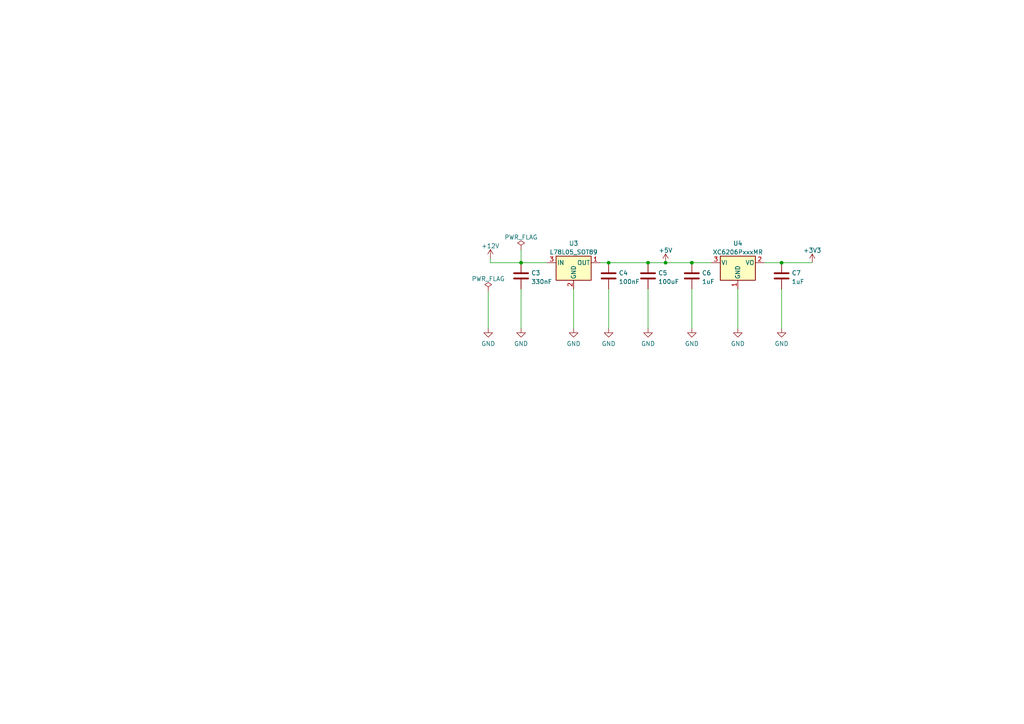
<source format=kicad_sch>
(kicad_sch (version 20211123) (generator eeschema)
  (paper "A4")
  (lib_symbols
    (symbol "Device:C" (pin_numbers hide) (pin_names (offset 0.254))
      (property "Reference" "C" (at 0.635 2.54 0))
      (property "Value" "C" (at 0.635 -2.54 0))
      (symbol "C_0_1"
        (polyline (pts (xy -2.032 -0.762) (xy 2.032 -0.762)) (stroke (width 0.508)))
        (polyline (pts (xy -2.032 0.762) (xy 2.032 0.762)) (stroke (width 0.508)))
      )
      (symbol "C_1_1"
        (pin passive line (at 0 3.81 270) (length 2.794) (name "~") (number "1"))
        (pin passive line (at 0 -3.81 90) (length 2.794) (name "~") (number "2"))
      )
    )
    (symbol "Regulator_Linear:L78L05_SOT89" (pin_names (offset 0.254))
      (property "Reference" "U" (at -3.81 3.175 0))
      (property "Value" "L78L05_SOT89" (at -0.635 3.175 0))
      (symbol "L78L05_SOT89_0_1"
        (rectangle (start -5.08 1.905) (end 5.08 -5.08) (stroke (width 0.254)) (fill (type background)))
      )
      (symbol "L78L05_SOT89_1_1"
        (pin power_out line (at 7.62 0 180) (length 2.54) (name "OUT") (number "1"))
        (pin power_in line (at 0 -7.62 90) (length 2.54) (name "GND") (number "2"))
        (pin power_in line (at -7.62 0 0) (length 2.54) (name "IN") (number "3"))
      )
    )
    (symbol "Regulator_Linear:XC6206PxxxMR" (pin_names (offset 0.254))
      (property "Reference" "U" (at -3.81 3.175 0))
      (property "Value" "XC6206PxxxMR" (at 0 3.175 0))
      (symbol "XC6206PxxxMR_0_1"
        (rectangle (start -5.08 1.905) (end 5.08 -5.08) (stroke (width 0.254)) (fill (type background)))
      )
      (symbol "XC6206PxxxMR_1_1"
        (pin power_in line (at 0 -7.62 90) (length 2.54) (name "GND") (number "1"))
        (pin power_out line (at 7.62 0 180) (length 2.54) (name "VO") (number "2"))
        (pin power_in line (at -7.62 0 0) (length 2.54) (name "VI") (number "3"))
      )
    )
    (symbol "power:+12V" (power) (pin_names (offset 0))
      (property "Value" "+12V" (at 0 3.556 0))
      (symbol "+12V_0_1"
        (polyline (pts (xy -0.762 1.27) (xy 0 2.54)))
        (polyline (pts (xy 0 0) (xy 0 2.54)))
        (polyline (pts (xy 0 2.54) (xy 0.762 1.27)))
      )
      (symbol "+12V_1_1"
        (pin power_in line (at 0 0 90) (length 0) hide (name "+12V") (number "1"))
      )
    )
    (symbol "power:+3V3" (power) (pin_names (offset 0))
      (property "Value" "+3V3" (at 0 3.556 0))
      (symbol "+3V3_0_1"
        (polyline (pts (xy -0.762 1.27) (xy 0 2.54)))
        (polyline (pts (xy 0 0) (xy 0 2.54)))
        (polyline (pts (xy 0 2.54) (xy 0.762 1.27)))
      )
      (symbol "+3V3_1_1"
        (pin power_in line (at 0 0 90) (length 0) hide (name "+3V3") (number "1"))
      )
    )
    (symbol "power:+5V" (power) (pin_names (offset 0))
      (property "Value" "+5V" (at 0 3.556 0))
      (symbol "+5V_0_1"
        (polyline (pts (xy -0.762 1.27) (xy 0 2.54)))
        (polyline (pts (xy 0 0) (xy 0 2.54)))
        (polyline (pts (xy 0 2.54) (xy 0.762 1.27)))
      )
      (symbol "+5V_1_1"
        (pin power_in line (at 0 0 90) (length 0) hide (name "+5V") (number "1"))
      )
    )
    (symbol "power:GND" (power) (pin_names (offset 0))
      (property "Value" "GND" (at 0 -3.81 0))
      (symbol "GND_0_1"
        (polyline (pts (xy 0 0) (xy 0 -1.27) (xy 1.27 -1.27) (xy 0 -2.54) (xy -1.27 -1.27) (xy 0 -1.27)))
      )
      (symbol "GND_1_1"
        (pin power_in line (at 0 0 270) (length 0) hide (name "GND") (number "1"))
      )
    )
    (symbol "power:PWR_FLAG" (power) (pin_numbers hide) (pin_names (offset 0) hide)
      (property "Value" "PWR_FLAG" (at 0 3.81 0))
      (symbol "PWR_FLAG_0_0"
        (pin power_out line (at 0 0 90) (length 0) (name "pwr") (number "1"))
      )
      (symbol "PWR_FLAG_0_1"
        (polyline (pts (xy 0 0) (xy 0 1.27) (xy -1.016 1.905) (xy 0 2.54) (xy 1.016 1.905) (xy 0 1.27)))
      )
    )
  )
  (junction (at 193.04 76.2))
  (junction (at 176.53 76.2))
  (junction (at 187.96 76.2))
  (junction (at 151.13 76.2))
  (junction (at 200.66 76.2))
  (junction (at 226.695 76.2))
  (wire (pts (xy 151.13 76.2) (xy 158.75 76.2)))
  (wire (pts (xy 193.04 76.2) (xy 200.66 76.2)))
  (wire (pts (xy 141.605 84.455) (xy 141.605 95.25)))
  (wire (pts (xy 221.615 76.2) (xy 226.695 76.2)))
  (wire (pts (xy 176.53 83.82) (xy 176.53 95.25)))
  (wire (pts (xy 151.13 72.39) (xy 151.13 76.2)))
  (wire (pts (xy 142.24 76.2) (xy 151.13 76.2)))
  (wire (pts (xy 187.96 83.82) (xy 187.96 95.25)))
  (wire (pts (xy 213.995 83.82) (xy 213.995 95.25)))
  (wire (pts (xy 187.96 76.2) (xy 193.04 76.2)))
  (wire (pts (xy 226.695 83.82) (xy 226.695 95.25)))
  (wire (pts (xy 151.13 83.82) (xy 151.13 95.25)))
  (wire (pts (xy 200.66 76.2) (xy 206.375 76.2)))
  (wire (pts (xy 166.37 83.82) (xy 166.37 95.25)))
  (wire (pts (xy 142.24 74.93) (xy 142.24 76.2)))
  (wire (pts (xy 200.66 83.82) (xy 200.66 95.25)))
  (wire (pts (xy 173.99 76.2) (xy 176.53 76.2)))
  (wire (pts (xy 176.53 76.2) (xy 187.96 76.2)))
  (wire (pts (xy 226.695 76.2) (xy 235.585 76.2)))
  (symbol (lib_id "power:+5V") (at 193.04 76.2 0) (unit 1)
    (property "Reference" "#PWR011" (effects hide))
    (property "Value" "+5V" (at 193.04 72.6242 0))
  )
  (symbol (lib_id "power:GND") (at 141.605 95.25 0) (unit 1)
    (property "Reference" "#PWR013" (effects hide))
    (property "Value" "GND" (at 141.605 99.6934 0))
  )
  (symbol (lib_id "Regulator_Linear:XC6206PxxxMR") (at 213.995 76.2 0) (unit 1)
    (property "Reference" "U4" (at 213.995 70.5952 0))
    (property "Value" "XC6206PxxxMR" (at 213.995 73.1321 0))
    (property "Footprint" "Package_TO_SOT_SMD:SOT-23" (effects hide))
    (property "Datasheet" "https://www.torexsemi.com/file/xc6206/XC6206.pdf" (effects hide))
    (property "JLCPCB Part#" "C5446" (effects hide))
  )
  (symbol (lib_id "Device:C") (at 176.53 80.01 0) (unit 1)
    (property "Reference" "C4" (at 179.451 79.1753 0) (effects (justify left)))
    (property "Value" "100nF" (at 179.451 81.7122 0) (effects (justify left)))
    (property "Footprint" "Capacitor_SMD:C_0603_1608Metric_Pad1.08x0.95mm_HandSolder" (effects hide))
    (property "JLCPCB Part#" "C14663" (effects hide))
  )
  (symbol (lib_id "Regulator_Linear:L78L05_SOT89") (at 166.37 76.2 0) (unit 1)
    (property "Reference" "U3" (at 166.37 70.5952 0))
    (property "Value" "L78L05_SOT89" (at 166.37 73.1321 0))
    (property "Footprint" "Package_TO_SOT_SMD:SOT-89-3" (effects hide))
    (property "Datasheet" "http://www.st.com/content/ccc/resource/technical/document/datasheet/15/55/e5/aa/23/5b/43/fd/CD00000446.pdf/files/CD00000446.pdf/jcr:content/translations/en.CD00000446.pdf" (effects hide))
    (property "JLCPCB Part#" "C71136" (effects hide))
  )
  (symbol (lib_id "power:+3V3") (at 235.585 76.2 0) (unit 1)
    (property "Reference" "#PWR012" (effects hide))
    (property "Value" "+3V3" (at 235.585 72.6242 0))
  )
  (symbol (lib_id "power:PWR_FLAG") (at 141.605 84.455 0) (unit 1)
    (property "Reference" "#FLG02" (effects hide))
    (property "Value" "PWR_FLAG" (at 141.605 80.8792 0))
  )
  (symbol (lib_id "power:+12V") (at 142.24 74.93 0) (unit 1)
    (property "Reference" "#PWR010" (effects hide))
    (property "Value" "+12V" (at 142.24 71.3542 0))
  )
  (symbol (lib_id "Device:C") (at 200.66 80.01 0) (unit 1)
    (property "Reference" "C6" (at 203.581 79.1753 0) (effects (justify left)))
    (property "Value" "1uF" (at 203.581 81.7122 0) (effects (justify left)))
    (property "Footprint" "Capacitor_SMD:C_0603_1608Metric_Pad1.08x0.95mm_HandSolder" (effects hide))
    (property "JLCPCB Part#" "C15849" (effects hide))
  )
  (symbol (lib_id "power:GND") (at 213.995 95.25 0) (unit 1)
    (property "Reference" "#PWR019" (effects hide))
    (property "Value" "GND" (at 213.995 99.6934 0))
  )
  (symbol (lib_id "Device:C") (at 151.13 80.01 0) (unit 1)
    (property "Reference" "C3" (at 154.051 79.1753 0) (effects (justify left)))
    (property "Value" "330nF" (at 154.051 81.7122 0) (effects (justify left)))
    (property "Footprint" "Capacitor_SMD:C_0603_1608Metric_Pad1.08x0.95mm_HandSolder" (effects hide))
    (property "JLCPCB Part#" "C1615" (effects hide))
  )
  (symbol (lib_id "power:PWR_FLAG") (at 151.13 72.39 0) (unit 1)
    (property "Reference" "#FLG01" (effects hide))
    (property "Value" "PWR_FLAG" (at 151.13 68.8142 0))
  )
  (symbol (lib_id "power:GND") (at 226.695 95.25 0) (unit 1)
    (property "Reference" "#PWR020" (effects hide))
    (property "Value" "GND" (at 226.695 99.6934 0))
  )
  (symbol (lib_id "power:GND") (at 176.53 95.25 0) (unit 1)
    (property "Reference" "#PWR016" (effects hide))
    (property "Value" "GND" (at 176.53 99.6934 0))
  )
  (symbol (lib_id "power:GND") (at 151.13 95.25 0) (unit 1)
    (property "Reference" "#PWR014" (effects hide))
    (property "Value" "GND" (at 151.13 99.6934 0))
  )
  (symbol (lib_id "Device:C") (at 187.96 80.01 0) (unit 1)
    (property "Reference" "C5" (at 190.881 79.1753 0) (effects (justify left)))
    (property "Value" "100uF" (at 190.881 81.7122 0) (effects (justify left)))
    (property "Footprint" "Capacitor_SMD:C_1206_3216Metric_Pad1.33x1.80mm_HandSolder" (effects hide))
    (property "JLCPCB Part#" "C15008" (effects hide))
  )
  (symbol (lib_id "power:GND") (at 187.96 95.25 0) (unit 1)
    (property "Reference" "#PWR017" (effects hide))
    (property "Value" "GND" (at 187.96 99.6934 0))
  )
  (symbol (lib_id "power:GND") (at 200.66 95.25 0) (unit 1)
    (property "Reference" "#PWR018" (effects hide))
    (property "Value" "GND" (at 200.66 99.6934 0))
  )
  (symbol (lib_id "Device:C") (at 226.695 80.01 0) (unit 1)
    (property "Reference" "C7" (at 229.616 79.1753 0) (effects (justify left)))
    (property "Value" "1uF" (at 229.616 81.7122 0) (effects (justify left)))
    (property "Footprint" "Capacitor_SMD:C_0603_1608Metric_Pad1.08x0.95mm_HandSolder" (effects hide))
    (property "JLCPCB Part#" "C15849" (effects hide))
  )
  (symbol (lib_id "power:GND") (at 166.37 95.25 0) (unit 1)
    (property "Reference" "#PWR015" (effects hide))
    (property "Value" "GND" (at 166.37 99.6934 0))
  )
)
</source>
